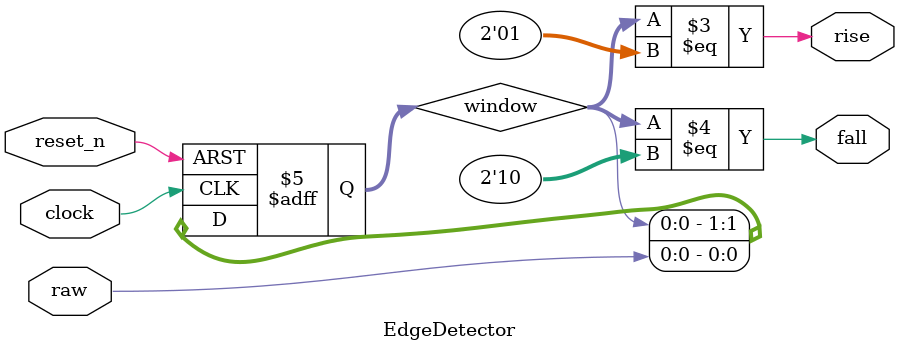
<source format=v>
module EdgeDetector
    #(parameter init_level = 1'b1)
(
    input clock,
    input reset_n,
    input raw,
    output rise,
    output fall
);

    reg [1:0] window;

    always @(posedge clock or negedge reset_n)
        if (!reset_n)
            window <= { (2){ init_level } };
        else
            window <= { window[0], raw };

    assign rise = window == 2'b01;
    assign fall = window == 2'b10;

endmodule

</source>
